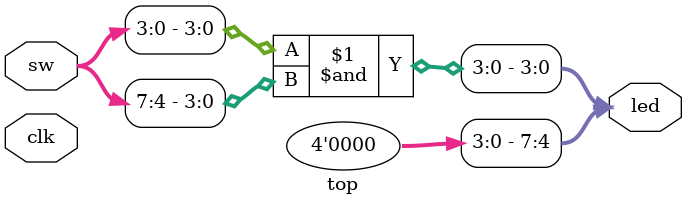
<source format=v>
module top (
    input  wire clk,

    input  wire [7:0] sw,
    output wire [7:0] led,
);
    assign led = {4'b0, sw[3:0] & sw[7:4]};
endmodule

</source>
